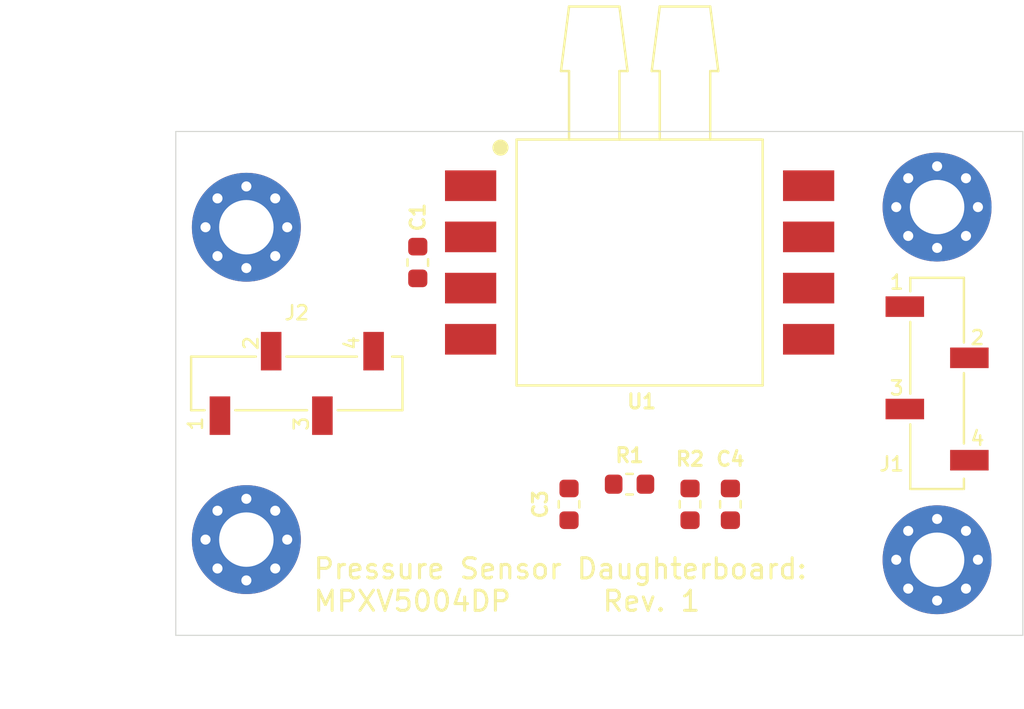
<source format=kicad_pcb>
(kicad_pcb (version 20171130) (host pcbnew "(5.1.9-16-g1737927814)-1")

  (general
    (thickness 1.6)
    (drawings 7)
    (tracks 0)
    (zones 0)
    (modules 12)
    (nets 12)
  )

  (page A4)
  (title_block
    (title "Pressure Sensor Daughterboard: MPXV5004DP")
    (rev 1)
    (company RespiraWorks)
  )

  (layers
    (0 F.Cu signal)
    (31 B.Cu signal)
    (32 B.Adhes user)
    (33 F.Adhes user)
    (34 B.Paste user)
    (35 F.Paste user)
    (36 B.SilkS user)
    (37 F.SilkS user)
    (38 B.Mask user)
    (39 F.Mask user)
    (40 Dwgs.User user)
    (41 Cmts.User user)
    (42 Eco1.User user)
    (43 Eco2.User user)
    (44 Edge.Cuts user)
    (45 Margin user)
    (46 B.CrtYd user)
    (47 F.CrtYd user)
    (48 B.Fab user)
    (49 F.Fab user)
  )

  (setup
    (last_trace_width 0.2)
    (user_trace_width 0.2)
    (user_trace_width 0.5)
    (user_trace_width 1)
    (trace_clearance 0.2)
    (zone_clearance 0.508)
    (zone_45_only no)
    (trace_min 0.2)
    (via_size 0.6)
    (via_drill 0.3)
    (via_min_size 0.4)
    (via_min_drill 0.3)
    (uvia_size 0.3)
    (uvia_drill 0.1)
    (uvias_allowed no)
    (uvia_min_size 0.2)
    (uvia_min_drill 0.1)
    (edge_width 0.05)
    (segment_width 0.2)
    (pcb_text_width 0.3)
    (pcb_text_size 1.5 1.5)
    (mod_edge_width 0.12)
    (mod_text_size 1 1)
    (mod_text_width 0.15)
    (pad_size 1.524 1.524)
    (pad_drill 0.762)
    (pad_to_mask_clearance 0)
    (aux_axis_origin 0 0)
    (visible_elements 7FFDFFFF)
    (pcbplotparams
      (layerselection 0x010fc_ffffffff)
      (usegerberextensions false)
      (usegerberattributes true)
      (usegerberadvancedattributes true)
      (creategerberjobfile true)
      (excludeedgelayer true)
      (linewidth 0.100000)
      (plotframeref false)
      (viasonmask false)
      (mode 1)
      (useauxorigin false)
      (hpglpennumber 1)
      (hpglpenspeed 20)
      (hpglpendiameter 15.000000)
      (psnegative false)
      (psa4output false)
      (plotreference true)
      (plotvalue true)
      (plotinvisibletext false)
      (padsonsilk false)
      (subtractmaskfromsilk false)
      (outputformat 1)
      (mirror false)
      (drillshape 1)
      (scaleselection 1)
      (outputdirectory ""))
  )

  (net 0 "")
  (net 1 +5V_Sns)
  (net 2 GND)
  (net 3 "Net-(C3-Pad2)")
  (net 4 "Net-(C4-Pad2)")
  (net 5 "Net-(J1-Pad4)")
  (net 6 "Net-(J1-Pad3)")
  (net 7 "Net-(J2-Pad3)")
  (net 8 "Net-(H1-Pad1)")
  (net 9 "Net-(H2-Pad1)")
  (net 10 "Net-(H3-Pad1)")
  (net 11 "Net-(H4-Pad1)")

  (net_class Default "This is the default net class."
    (clearance 0.2)
    (trace_width 0.2)
    (via_dia 0.6)
    (via_drill 0.3)
    (uvia_dia 0.3)
    (uvia_drill 0.1)
    (add_net +5V_Sns)
    (add_net GND)
    (add_net "Net-(C3-Pad2)")
    (add_net "Net-(C4-Pad2)")
    (add_net "Net-(H1-Pad1)")
    (add_net "Net-(H2-Pad1)")
    (add_net "Net-(H3-Pad1)")
    (add_net "Net-(H4-Pad1)")
    (add_net "Net-(J1-Pad3)")
    (add_net "Net-(J1-Pad4)")
    (add_net "Net-(J2-Pad3)")
  )

  (module RespiraWorks_Std:PinSocket_1x04_P2.54mm_Vertical_SMD_Samtec_SSM-104-x-SV-BE (layer F.Cu) (tedit 605AB7DE) (tstamp 605B18C1)
    (at 125 90 90)
    (descr "0.1\"/2.54 mm female header, vertical SMT, bottom entry: Samtec SSM-104-*-SV-BE")
    (path /5FFA26A3)
    (attr smd)
    (fp_text reference J2 (at 3.5 0 180) (layer F.SilkS)
      (effects (font (size 0.7 0.7) (thickness 0.12)))
    )
    (fp_text value "Main board connections (bottom entry)" (at 0 6.68 90) (layer F.Fab)
      (effects (font (size 1 1) (thickness 0.15)))
    )
    (fp_text user 4 (at 2 2.73 90) (layer F.SilkS)
      (effects (font (size 0.7 0.7) (thickness 0.12)))
    )
    (fp_text user 2 (at 2 -2.27 90) (layer F.SilkS)
      (effects (font (size 0.7 0.7) (thickness 0.12)))
    )
    (fp_text user %R (at 0 0) (layer F.Fab)
      (effects (font (size 1 1) (thickness 0.05)))
    )
    (fp_text user 1 (at -2 -5.02 90) (layer F.SilkS)
      (effects (font (size 0.7 0.7) (thickness 0.12)))
    )
    (fp_text user 3 (at -2 0.23 90) (layer F.SilkS)
      (effects (font (size 0.7 0.7) (thickness 0.12)))
    )
    (fp_line (start 1.33 4.73) (end 1.33 5.22) (layer F.SilkS) (width 0.12))
    (fp_line (start -1.33 -5.24) (end 1.33 -5.24) (layer F.SilkS) (width 0.12))
    (fp_line (start 1.33 -5.24) (end 1.33 -2.03) (layer F.SilkS) (width 0.12))
    (fp_line (start 1.33 -0.51) (end 1.33 2.98) (layer F.SilkS) (width 0.12))
    (fp_line (start -1.33 5.24) (end 1.33 5.24) (layer F.SilkS) (width 0.12))
    (fp_line (start -1.33 -5.24) (end -1.33 -4.57) (layer F.SilkS) (width 0.12))
    (fp_line (start -1.33 -3.05) (end -1.33 0.51) (layer F.SilkS) (width 0.12))
    (fp_line (start -1.33 2.03) (end -1.33 5.23) (layer F.SilkS) (width 0.12))
    (fp_line (start -0.635 -5.18) (end 1.27 -5.18) (layer F.Fab) (width 0.05))
    (fp_line (start 1.27 -5.18) (end 1.27 5.18) (layer F.Fab) (width 0.05))
    (fp_line (start 1.27 5.18) (end -1.27 5.18) (layer F.Fab) (width 0.05))
    (fp_line (start -1.27 5.18) (end -1.27 -4.545) (layer F.Fab) (width 0.05))
    (fp_line (start -1.27 -4.545) (end -0.635 -5.18) (layer F.Fab) (width 0.05))
    (fp_line (start -2.3 -4.11) (end -1.27 -4.11) (layer F.Fab) (width 0.05))
    (fp_line (start -1.27 -3.51) (end -2.3 -3.51) (layer F.Fab) (width 0.05))
    (fp_line (start -2.3 -3.51) (end -2.3 -4.11) (layer F.Fab) (width 0.05))
    (fp_line (start 1.27 -1.57) (end 2.3 -1.57) (layer F.Fab) (width 0.05))
    (fp_line (start 2.3 -1.57) (end 2.3 -0.97) (layer F.Fab) (width 0.05))
    (fp_line (start 2.3 -0.97) (end 1.27 -0.97) (layer F.Fab) (width 0.05))
    (fp_line (start -2.3 0.97) (end -1.27 0.97) (layer F.Fab) (width 0.05))
    (fp_line (start -1.27 1.57) (end -2.3 1.57) (layer F.Fab) (width 0.05))
    (fp_line (start -2.3 1.57) (end -2.3 0.97) (layer F.Fab) (width 0.05))
    (fp_line (start -3.1 -5.72) (end 3.1 -5.72) (layer F.CrtYd) (width 0.05))
    (fp_line (start 3.1 -5.72) (end 3.1 5.67) (layer F.CrtYd) (width 0.05))
    (fp_line (start 3.1 5.67) (end -3.1 5.67) (layer F.CrtYd) (width 0.05))
    (fp_line (start -3.1 5.67) (end -3.1 -5.72) (layer F.CrtYd) (width 0.05))
    (fp_circle (center -1.75 -4.52) (end -1.65 -4.52) (layer F.Fab) (width 0.2))
    (pad "" np_thru_hole circle (at 0 3.81 90) (size 1.02 1.02) (drill 1.02) (layers *.Cu *.Mask))
    (pad 4 smd rect (at 1.6 3.81 90) (size 1.91 1.02) (layers F.Cu F.Paste F.Mask)
      (net 2 GND))
    (pad 2 smd rect (at 1.6 -1.27 90) (size 1.91 1.02) (layers F.Cu F.Paste F.Mask)
      (net 2 GND))
    (pad 3 smd rect (at -1.6 1.27 90) (size 1.91 1.02) (layers F.Cu F.Paste F.Mask)
      (net 7 "Net-(J2-Pad3)"))
    (pad 1 smd rect (at -1.6 -3.81 90) (size 1.91 1.02) (layers F.Cu F.Paste F.Mask)
      (net 1 +5V_Sns))
    (pad "" np_thru_hole circle (at 0 -3.81 90) (size 1.02 1.02) (drill 1.02) (layers *.Cu *.Mask))
    (pad "" np_thru_hole circle (at 0 -1.27 90) (size 1.02 1.02) (drill 1.02) (layers *.Cu *.Mask))
    (pad "" np_thru_hole circle (at 0 1.27 90) (size 1.02 1.02) (drill 1.02) (layers *.Cu *.Mask))
    (model ${KISYS3DMOD}/Connector_PinSocket_2.54mm.3dshapes/PinSocket_1x04_P2.54mm_Vertical_SMD_Pin1Left.wrl
      (at (xyz 0 0 0))
      (scale (xyz 1 1 1))
      (rotate (xyz 0 0 0))
    )
  )

  (module RespiraWorks_Std:PinSocket_1x04_P2.54mm_Vertical_SMD_Samtec_SSM-104-x-SV-BE (layer F.Cu) (tedit 605AB7DE) (tstamp 605AAF10)
    (at 156.75 90)
    (descr "0.1\"/2.54 mm female header, vertical SMT, bottom entry: Samtec SSM-104-*-SV-BE")
    (path /5FFA737A)
    (attr smd)
    (fp_text reference J1 (at -2.25 4) (layer F.SilkS)
      (effects (font (size 0.7 0.7) (thickness 0.12)))
    )
    (fp_text value "Main board connections (bottom entry)" (at 0 6.68) (layer F.Fab)
      (effects (font (size 1 1) (thickness 0.15)))
    )
    (fp_text user 4 (at 2 2.73) (layer F.SilkS)
      (effects (font (size 0.7 0.7) (thickness 0.12)))
    )
    (fp_text user 2 (at 2 -2.27) (layer F.SilkS)
      (effects (font (size 0.7 0.7) (thickness 0.12)))
    )
    (fp_text user %R (at 0 0 90) (layer F.Fab)
      (effects (font (size 1 1) (thickness 0.05)))
    )
    (fp_text user 1 (at -2 -5.02) (layer F.SilkS)
      (effects (font (size 0.7 0.7) (thickness 0.12)))
    )
    (fp_text user 3 (at -2 0.23) (layer F.SilkS)
      (effects (font (size 0.7 0.7) (thickness 0.12)))
    )
    (fp_line (start 1.33 4.73) (end 1.33 5.22) (layer F.SilkS) (width 0.12))
    (fp_line (start -1.33 -5.24) (end 1.33 -5.24) (layer F.SilkS) (width 0.12))
    (fp_line (start 1.33 -5.24) (end 1.33 -2.03) (layer F.SilkS) (width 0.12))
    (fp_line (start 1.33 -0.51) (end 1.33 2.98) (layer F.SilkS) (width 0.12))
    (fp_line (start -1.33 5.24) (end 1.33 5.24) (layer F.SilkS) (width 0.12))
    (fp_line (start -1.33 -5.24) (end -1.33 -4.57) (layer F.SilkS) (width 0.12))
    (fp_line (start -1.33 -3.05) (end -1.33 0.51) (layer F.SilkS) (width 0.12))
    (fp_line (start -1.33 2.03) (end -1.33 5.23) (layer F.SilkS) (width 0.12))
    (fp_line (start -0.635 -5.18) (end 1.27 -5.18) (layer F.Fab) (width 0.05))
    (fp_line (start 1.27 -5.18) (end 1.27 5.18) (layer F.Fab) (width 0.05))
    (fp_line (start 1.27 5.18) (end -1.27 5.18) (layer F.Fab) (width 0.05))
    (fp_line (start -1.27 5.18) (end -1.27 -4.545) (layer F.Fab) (width 0.05))
    (fp_line (start -1.27 -4.545) (end -0.635 -5.18) (layer F.Fab) (width 0.05))
    (fp_line (start -2.3 -4.11) (end -1.27 -4.11) (layer F.Fab) (width 0.05))
    (fp_line (start -1.27 -3.51) (end -2.3 -3.51) (layer F.Fab) (width 0.05))
    (fp_line (start -2.3 -3.51) (end -2.3 -4.11) (layer F.Fab) (width 0.05))
    (fp_line (start 1.27 -1.57) (end 2.3 -1.57) (layer F.Fab) (width 0.05))
    (fp_line (start 2.3 -1.57) (end 2.3 -0.97) (layer F.Fab) (width 0.05))
    (fp_line (start 2.3 -0.97) (end 1.27 -0.97) (layer F.Fab) (width 0.05))
    (fp_line (start -2.3 0.97) (end -1.27 0.97) (layer F.Fab) (width 0.05))
    (fp_line (start -1.27 1.57) (end -2.3 1.57) (layer F.Fab) (width 0.05))
    (fp_line (start -2.3 1.57) (end -2.3 0.97) (layer F.Fab) (width 0.05))
    (fp_line (start -3.1 -5.72) (end 3.1 -5.72) (layer F.CrtYd) (width 0.05))
    (fp_line (start 3.1 -5.72) (end 3.1 5.67) (layer F.CrtYd) (width 0.05))
    (fp_line (start 3.1 5.67) (end -3.1 5.67) (layer F.CrtYd) (width 0.05))
    (fp_line (start -3.1 5.67) (end -3.1 -5.72) (layer F.CrtYd) (width 0.05))
    (fp_circle (center -1.75 -4.52) (end -1.65 -4.52) (layer F.Fab) (width 0.2))
    (pad "" np_thru_hole circle (at 0 3.81) (size 1.02 1.02) (drill 1.02) (layers *.Cu *.Mask))
    (pad 4 smd rect (at 1.6 3.81) (size 1.91 1.02) (layers F.Cu F.Paste F.Mask)
      (net 5 "Net-(J1-Pad4)"))
    (pad 2 smd rect (at 1.6 -1.27) (size 1.91 1.02) (layers F.Cu F.Paste F.Mask)
      (net 2 GND))
    (pad 3 smd rect (at -1.6 1.27) (size 1.91 1.02) (layers F.Cu F.Paste F.Mask)
      (net 6 "Net-(J1-Pad3)"))
    (pad 1 smd rect (at -1.6 -3.81) (size 1.91 1.02) (layers F.Cu F.Paste F.Mask)
      (net 4 "Net-(C4-Pad2)"))
    (pad "" np_thru_hole circle (at 0 -3.81) (size 1.02 1.02) (drill 1.02) (layers *.Cu *.Mask))
    (pad "" np_thru_hole circle (at 0 -1.27) (size 1.02 1.02) (drill 1.02) (layers *.Cu *.Mask))
    (pad "" np_thru_hole circle (at 0 1.27) (size 1.02 1.02) (drill 1.02) (layers *.Cu *.Mask))
    (model ${KISYS3DMOD}/Connector_PinSocket_2.54mm.3dshapes/PinSocket_1x04_P2.54mm_Vertical_SMD_Pin1Left.wrl
      (at (xyz 0 0 0))
      (scale (xyz 1 1 1))
      (rotate (xyz 0 0 0))
    )
  )

  (module RespiraWorks_Std:MountingHole_2.7mm_M2.5_Pad_Via (layer F.Cu) (tedit 605AB8A9) (tstamp 605AB503)
    (at 156.75 98.75)
    (descr "Mounting Hole 2.7mm")
    (tags "mounting hole 2.7mm")
    (path /605B582D)
    (attr virtual)
    (fp_text reference H4 (at 0 -3.7) (layer F.SilkS) hide
      (effects (font (size 0.7 0.7) (thickness 0.12)))
    )
    (fp_text value M2.5 (at 0 3.7) (layer F.Fab)
      (effects (font (size 1 1) (thickness 0.15)))
    )
    (fp_circle (center 0 0) (end 2.7 0) (layer Cmts.User) (width 0.15))
    (fp_circle (center 0 0) (end 2.95 0) (layer F.CrtYd) (width 0.05))
    (fp_text user %R (at 0.3 0) (layer F.Fab)
      (effects (font (size 1 1) (thickness 0.15)))
    )
    (pad 1 thru_hole circle (at 0 0) (size 5.4 5.4) (drill 2.7) (layers *.Cu *.Mask)
      (net 11 "Net-(H4-Pad1)"))
    (pad 1 thru_hole circle (at 2.025 0) (size 0.8 0.8) (drill 0.5) (layers *.Cu *.Mask)
      (net 11 "Net-(H4-Pad1)"))
    (pad 1 thru_hole circle (at 1.431891 1.431891) (size 0.8 0.8) (drill 0.5) (layers *.Cu *.Mask)
      (net 11 "Net-(H4-Pad1)"))
    (pad 1 thru_hole circle (at 0 2.025) (size 0.8 0.8) (drill 0.5) (layers *.Cu *.Mask)
      (net 11 "Net-(H4-Pad1)"))
    (pad 1 thru_hole circle (at -1.431891 1.431891) (size 0.8 0.8) (drill 0.5) (layers *.Cu *.Mask)
      (net 11 "Net-(H4-Pad1)"))
    (pad 1 thru_hole circle (at -2.025 0) (size 0.8 0.8) (drill 0.5) (layers *.Cu *.Mask)
      (net 11 "Net-(H4-Pad1)"))
    (pad 1 thru_hole circle (at -1.431891 -1.431891) (size 0.8 0.8) (drill 0.5) (layers *.Cu *.Mask)
      (net 11 "Net-(H4-Pad1)"))
    (pad 1 thru_hole circle (at 0 -2.025) (size 0.8 0.8) (drill 0.5) (layers *.Cu *.Mask)
      (net 11 "Net-(H4-Pad1)"))
    (pad 1 thru_hole circle (at 1.431891 -1.431891) (size 0.8 0.8) (drill 0.5) (layers *.Cu *.Mask)
      (net 11 "Net-(H4-Pad1)"))
  )

  (module RespiraWorks_Std:MountingHole_2.7mm_M2.5_Pad_Via (layer F.Cu) (tedit 605AB8A9) (tstamp 605AB4F3)
    (at 156.75 81.25)
    (descr "Mounting Hole 2.7mm")
    (tags "mounting hole 2.7mm")
    (path /605B4C2D)
    (attr virtual)
    (fp_text reference H3 (at 0 -3.7) (layer F.SilkS) hide
      (effects (font (size 0.7 0.7) (thickness 0.12)))
    )
    (fp_text value M2.5 (at 0 3.7) (layer F.Fab)
      (effects (font (size 1 1) (thickness 0.15)))
    )
    (fp_circle (center 0 0) (end 2.7 0) (layer Cmts.User) (width 0.15))
    (fp_circle (center 0 0) (end 2.95 0) (layer F.CrtYd) (width 0.05))
    (fp_text user %R (at 0.3 0) (layer F.Fab)
      (effects (font (size 1 1) (thickness 0.15)))
    )
    (pad 1 thru_hole circle (at 0 0) (size 5.4 5.4) (drill 2.7) (layers *.Cu *.Mask)
      (net 10 "Net-(H3-Pad1)"))
    (pad 1 thru_hole circle (at 2.025 0) (size 0.8 0.8) (drill 0.5) (layers *.Cu *.Mask)
      (net 10 "Net-(H3-Pad1)"))
    (pad 1 thru_hole circle (at 1.431891 1.431891) (size 0.8 0.8) (drill 0.5) (layers *.Cu *.Mask)
      (net 10 "Net-(H3-Pad1)"))
    (pad 1 thru_hole circle (at 0 2.025) (size 0.8 0.8) (drill 0.5) (layers *.Cu *.Mask)
      (net 10 "Net-(H3-Pad1)"))
    (pad 1 thru_hole circle (at -1.431891 1.431891) (size 0.8 0.8) (drill 0.5) (layers *.Cu *.Mask)
      (net 10 "Net-(H3-Pad1)"))
    (pad 1 thru_hole circle (at -2.025 0) (size 0.8 0.8) (drill 0.5) (layers *.Cu *.Mask)
      (net 10 "Net-(H3-Pad1)"))
    (pad 1 thru_hole circle (at -1.431891 -1.431891) (size 0.8 0.8) (drill 0.5) (layers *.Cu *.Mask)
      (net 10 "Net-(H3-Pad1)"))
    (pad 1 thru_hole circle (at 0 -2.025) (size 0.8 0.8) (drill 0.5) (layers *.Cu *.Mask)
      (net 10 "Net-(H3-Pad1)"))
    (pad 1 thru_hole circle (at 1.431891 -1.431891) (size 0.8 0.8) (drill 0.5) (layers *.Cu *.Mask)
      (net 10 "Net-(H3-Pad1)"))
  )

  (module RespiraWorks_Std:MountingHole_2.7mm_M2.5_Pad_Via (layer F.Cu) (tedit 605AB8A9) (tstamp 605AB4E3)
    (at 122.5 97.75)
    (descr "Mounting Hole 2.7mm")
    (tags "mounting hole 2.7mm")
    (path /605B55AD)
    (attr virtual)
    (fp_text reference H2 (at 0 -3.7) (layer F.SilkS) hide
      (effects (font (size 0.7 0.7) (thickness 0.12)))
    )
    (fp_text value M2.5 (at 0 3.7) (layer F.Fab)
      (effects (font (size 1 1) (thickness 0.15)))
    )
    (fp_circle (center 0 0) (end 2.7 0) (layer Cmts.User) (width 0.15))
    (fp_circle (center 0 0) (end 2.95 0) (layer F.CrtYd) (width 0.05))
    (fp_text user %R (at 0.3 0) (layer F.Fab)
      (effects (font (size 1 1) (thickness 0.15)))
    )
    (pad 1 thru_hole circle (at 0 0) (size 5.4 5.4) (drill 2.7) (layers *.Cu *.Mask)
      (net 9 "Net-(H2-Pad1)"))
    (pad 1 thru_hole circle (at 2.025 0) (size 0.8 0.8) (drill 0.5) (layers *.Cu *.Mask)
      (net 9 "Net-(H2-Pad1)"))
    (pad 1 thru_hole circle (at 1.431891 1.431891) (size 0.8 0.8) (drill 0.5) (layers *.Cu *.Mask)
      (net 9 "Net-(H2-Pad1)"))
    (pad 1 thru_hole circle (at 0 2.025) (size 0.8 0.8) (drill 0.5) (layers *.Cu *.Mask)
      (net 9 "Net-(H2-Pad1)"))
    (pad 1 thru_hole circle (at -1.431891 1.431891) (size 0.8 0.8) (drill 0.5) (layers *.Cu *.Mask)
      (net 9 "Net-(H2-Pad1)"))
    (pad 1 thru_hole circle (at -2.025 0) (size 0.8 0.8) (drill 0.5) (layers *.Cu *.Mask)
      (net 9 "Net-(H2-Pad1)"))
    (pad 1 thru_hole circle (at -1.431891 -1.431891) (size 0.8 0.8) (drill 0.5) (layers *.Cu *.Mask)
      (net 9 "Net-(H2-Pad1)"))
    (pad 1 thru_hole circle (at 0 -2.025) (size 0.8 0.8) (drill 0.5) (layers *.Cu *.Mask)
      (net 9 "Net-(H2-Pad1)"))
    (pad 1 thru_hole circle (at 1.431891 -1.431891) (size 0.8 0.8) (drill 0.5) (layers *.Cu *.Mask)
      (net 9 "Net-(H2-Pad1)"))
  )

  (module RespiraWorks_Std:MountingHole_2.7mm_M2.5_Pad_Via (layer F.Cu) (tedit 605AB8A9) (tstamp 605AB4D3)
    (at 122.5 82.25)
    (descr "Mounting Hole 2.7mm")
    (tags "mounting hole 2.7mm")
    (path /605B378F)
    (attr virtual)
    (fp_text reference H1 (at 0 -3.7) (layer F.SilkS) hide
      (effects (font (size 0.7 0.7) (thickness 0.12)))
    )
    (fp_text value M2.5 (at 0 3.7) (layer F.Fab)
      (effects (font (size 1 1) (thickness 0.15)))
    )
    (fp_circle (center 0 0) (end 2.7 0) (layer Cmts.User) (width 0.15))
    (fp_circle (center 0 0) (end 2.95 0) (layer F.CrtYd) (width 0.05))
    (fp_text user %R (at 0.3 0) (layer F.Fab)
      (effects (font (size 1 1) (thickness 0.15)))
    )
    (pad 1 thru_hole circle (at 0 0) (size 5.4 5.4) (drill 2.7) (layers *.Cu *.Mask)
      (net 8 "Net-(H1-Pad1)"))
    (pad 1 thru_hole circle (at 2.025 0) (size 0.8 0.8) (drill 0.5) (layers *.Cu *.Mask)
      (net 8 "Net-(H1-Pad1)"))
    (pad 1 thru_hole circle (at 1.431891 1.431891) (size 0.8 0.8) (drill 0.5) (layers *.Cu *.Mask)
      (net 8 "Net-(H1-Pad1)"))
    (pad 1 thru_hole circle (at 0 2.025) (size 0.8 0.8) (drill 0.5) (layers *.Cu *.Mask)
      (net 8 "Net-(H1-Pad1)"))
    (pad 1 thru_hole circle (at -1.431891 1.431891) (size 0.8 0.8) (drill 0.5) (layers *.Cu *.Mask)
      (net 8 "Net-(H1-Pad1)"))
    (pad 1 thru_hole circle (at -2.025 0) (size 0.8 0.8) (drill 0.5) (layers *.Cu *.Mask)
      (net 8 "Net-(H1-Pad1)"))
    (pad 1 thru_hole circle (at -1.431891 -1.431891) (size 0.8 0.8) (drill 0.5) (layers *.Cu *.Mask)
      (net 8 "Net-(H1-Pad1)"))
    (pad 1 thru_hole circle (at 0 -2.025) (size 0.8 0.8) (drill 0.5) (layers *.Cu *.Mask)
      (net 8 "Net-(H1-Pad1)"))
    (pad 1 thru_hole circle (at 1.431891 -1.431891) (size 0.8 0.8) (drill 0.5) (layers *.Cu *.Mask)
      (net 8 "Net-(H1-Pad1)"))
  )

  (module RespiraWorks:NXP_MPXV5004DP (layer F.Cu) (tedit 5FBA9DA2) (tstamp 605AAF96)
    (at 142 84)
    (descr "NXP MPXV5004DP differential gas pressure sensor")
    (path /5FFA0C0F)
    (attr smd)
    (fp_text reference U1 (at 0.1 6.9) (layer F.SilkS)
      (effects (font (size 0.7 0.7) (thickness 0.15)))
    )
    (fp_text value MPXV5004DP (at 0 -0.5) (layer F.Fab)
      (effects (font (size 1 1) (thickness 0.15)))
    )
    (fp_line (start 6.1 -6.1) (end -6.1 -6.1) (layer F.SilkS) (width 0.12))
    (fp_line (start 6.1 6.1) (end 6.1 -6.1) (layer F.SilkS) (width 0.12))
    (fp_line (start -6.1 6.1) (end 6.1 6.1) (layer F.SilkS) (width 0.12))
    (fp_line (start -6.1 -6.1) (end -6.1 6.1) (layer F.SilkS) (width 0.12))
    (fp_line (start -1 -6.1) (end -1 -9.5) (layer F.Fab) (width 0.05))
    (fp_line (start -3.5 -6.1) (end -3.5 -9.5) (layer F.Fab) (width 0.05))
    (fp_line (start -6.1 -5) (end -5 -6.1) (layer F.Fab) (width 0.05))
    (fp_line (start 1 -12.7) (end 3.5 -12.7) (layer F.Fab) (width 0.05))
    (fp_line (start -1 -12.7) (end -3.5 -12.7) (layer F.Fab) (width 0.05))
    (fp_line (start 6.1 -6.1) (end -5 -6.1) (layer F.Fab) (width 0.05))
    (fp_line (start 6.1 6.1) (end 6.1 -6.1) (layer F.Fab) (width 0.05))
    (fp_line (start -6.1 6.1) (end 6.1 6.1) (layer F.Fab) (width 0.05))
    (fp_line (start -6.1 -5) (end -6.1 6.1) (layer F.Fab) (width 0.05))
    (fp_circle (center -5.8 -5.8) (end -5.7 -5.8) (layer F.Fab) (width 0.2))
    (fp_circle (center -6.9 -5.7) (end -6.7 -5.7) (layer F.SilkS) (width 0.4))
    (fp_line (start -3.5 -12.7) (end -3.9 -9.5) (layer F.Fab) (width 0.05))
    (fp_line (start -3.9 -9.5) (end -0.6 -9.5) (layer F.Fab) (width 0.05))
    (fp_line (start -0.6 -9.5) (end -1 -12.7) (layer F.Fab) (width 0.05))
    (fp_line (start 3.5 -6.1) (end 3.5 -9.5) (layer F.Fab) (width 0.05))
    (fp_line (start 1 -6.1) (end 1 -9.5) (layer F.Fab) (width 0.05))
    (fp_line (start 0.6 -9.5) (end 3.9 -9.5) (layer F.Fab) (width 0.05))
    (fp_line (start 3.9 -9.5) (end 3.5 -12.7) (layer F.Fab) (width 0.05))
    (fp_line (start 1 -12.7) (end 0.6 -9.5) (layer F.Fab) (width 0.05))
    (fp_line (start -10 6.5) (end -10 -13) (layer F.CrtYd) (width 0.05))
    (fp_line (start -10 -13) (end 0 -13) (layer F.CrtYd) (width 0.05))
    (fp_line (start 0 -13) (end 0 -6.5) (layer F.CrtYd) (width 0.05))
    (fp_line (start 0 -6.5) (end 10 -6.5) (layer F.CrtYd) (width 0.05))
    (fp_line (start 10 -6.5) (end 10 6.5) (layer F.CrtYd) (width 0.05))
    (fp_line (start 10 6.5) (end -10 6.5) (layer F.CrtYd) (width 0.05))
    (fp_line (start -3.5 -6.1) (end -3.5 -9.5) (layer F.SilkS) (width 0.12))
    (fp_line (start -3.5 -9.5) (end -3.9 -9.5) (layer F.SilkS) (width 0.12))
    (fp_line (start -3.9 -9.5) (end -3.5 -12.7) (layer F.SilkS) (width 0.12))
    (fp_line (start -3.5 -12.7) (end -1 -12.7) (layer F.SilkS) (width 0.12))
    (fp_line (start -1 -12.7) (end -0.6 -9.5) (layer F.SilkS) (width 0.12))
    (fp_line (start -0.6 -9.5) (end -1 -9.5) (layer F.SilkS) (width 0.12))
    (fp_line (start -1 -9.5) (end -1 -6.1) (layer F.SilkS) (width 0.12))
    (fp_line (start 1 -6.1) (end 1 -9.5) (layer F.SilkS) (width 0.12))
    (fp_line (start 1 -9.5) (end 0.6 -9.5) (layer F.SilkS) (width 0.12))
    (fp_line (start 0.6 -9.5) (end 1 -12.7) (layer F.SilkS) (width 0.12))
    (fp_line (start 1 -12.7) (end 3.5 -12.7) (layer F.SilkS) (width 0.12))
    (fp_line (start 3.5 -12.7) (end 3.9 -9.5) (layer F.SilkS) (width 0.12))
    (fp_line (start 3.9 -9.5) (end 3.5 -9.5) (layer F.SilkS) (width 0.12))
    (fp_line (start 3.5 -9.5) (end 3.5 -6.1) (layer F.SilkS) (width 0.12))
    (fp_text user %R (at 0 0) (layer F.Fab)
      (effects (font (size 1 1) (thickness 0.05)))
    )
    (pad 8 smd rect (at 8.38 -3.81) (size 2.54 1.52) (layers F.Cu F.Paste F.Mask))
    (pad 7 smd rect (at 8.38 -1.27) (size 2.54 1.52) (layers F.Cu F.Paste F.Mask))
    (pad 6 smd rect (at 8.38 1.27) (size 2.54 1.52) (layers F.Cu F.Paste F.Mask))
    (pad 5 smd rect (at 8.38 3.81) (size 2.54 1.52) (layers F.Cu F.Paste F.Mask))
    (pad 4 smd rect (at -8.38 3.81) (size 2.54 1.52) (layers F.Cu F.Paste F.Mask)
      (net 3 "Net-(C3-Pad2)"))
    (pad 3 smd rect (at -8.38 1.27) (size 2.54 1.52) (layers F.Cu F.Paste F.Mask)
      (net 2 GND))
    (pad 2 smd rect (at -8.38 -1.27) (size 2.54 1.52) (layers F.Cu F.Paste F.Mask)
      (net 1 +5V_Sns))
    (pad 1 smd rect (at -8.38 -3.81) (size 2.54 1.52) (layers F.Cu F.Paste F.Mask))
  )

  (module RespiraWorks_Std:R_0603_1608Metric (layer F.Cu) (tedit 5FB9354D) (tstamp 605AAF5E)
    (at 144.5 96 90)
    (descr "Resistor SMD 0603 (1608 Metric), square (rectangular) end terminal, IPC_7351 nominal, (Body size source: http://www.tortai-tech.com/upload/download/2011102023233369053.pdf), generated with kicad-footprint-generator")
    (tags resistor)
    (path /5FFBE48D)
    (attr smd)
    (fp_text reference R2 (at 2.25 0 180) (layer F.SilkS)
      (effects (font (size 0.7 0.7) (thickness 0.15)))
    )
    (fp_text value 4.7K (at 0 1.43 90) (layer F.Fab)
      (effects (font (size 1 1) (thickness 0.15)))
    )
    (fp_line (start -0.8 0.4) (end -0.8 -0.4) (layer F.Fab) (width 0.1))
    (fp_line (start -0.8 -0.4) (end 0.8 -0.4) (layer F.Fab) (width 0.1))
    (fp_line (start 0.8 -0.4) (end 0.8 0.4) (layer F.Fab) (width 0.1))
    (fp_line (start 0.8 0.4) (end -0.8 0.4) (layer F.Fab) (width 0.1))
    (fp_line (start -0.162779 -0.51) (end 0.162779 -0.51) (layer F.SilkS) (width 0.12))
    (fp_line (start -0.162779 0.51) (end 0.162779 0.51) (layer F.SilkS) (width 0.12))
    (fp_line (start -1.48 0.73) (end -1.48 -0.73) (layer F.CrtYd) (width 0.05))
    (fp_line (start -1.48 -0.73) (end 1.48 -0.73) (layer F.CrtYd) (width 0.05))
    (fp_line (start 1.48 -0.73) (end 1.48 0.73) (layer F.CrtYd) (width 0.05))
    (fp_line (start 1.48 0.73) (end -1.48 0.73) (layer F.CrtYd) (width 0.05))
    (fp_text user %R (at 0 0 90) (layer F.Fab)
      (effects (font (size 0.4 0.4) (thickness 0.06)))
    )
    (pad 2 smd roundrect (at 0.7875 0 90) (size 0.875 0.95) (layers F.Cu F.Paste F.Mask) (roundrect_rratio 0.25)
      (net 4 "Net-(C4-Pad2)"))
    (pad 1 smd roundrect (at -0.7875 0 90) (size 0.875 0.95) (layers F.Cu F.Paste F.Mask) (roundrect_rratio 0.25)
      (net 2 GND))
    (model ${KISYS3DMOD}/Resistor_SMD.3dshapes/R_0603_1608Metric.wrl
      (at (xyz 0 0 0))
      (scale (xyz 1 1 1))
      (rotate (xyz 0 0 0))
    )
  )

  (module RespiraWorks_Std:R_0603_1608Metric (layer F.Cu) (tedit 5FB9354D) (tstamp 605B1CB2)
    (at 141.5 95)
    (descr "Resistor SMD 0603 (1608 Metric), square (rectangular) end terminal, IPC_7351 nominal, (Body size source: http://www.tortai-tech.com/upload/download/2011102023233369053.pdf), generated with kicad-footprint-generator")
    (tags resistor)
    (path /5FFBE485)
    (attr smd)
    (fp_text reference R1 (at 0 -1.43) (layer F.SilkS)
      (effects (font (size 0.7 0.7) (thickness 0.15)))
    )
    (fp_text value 2.4K (at 0 1.43) (layer F.Fab)
      (effects (font (size 1 1) (thickness 0.15)))
    )
    (fp_line (start -0.8 0.4) (end -0.8 -0.4) (layer F.Fab) (width 0.1))
    (fp_line (start -0.8 -0.4) (end 0.8 -0.4) (layer F.Fab) (width 0.1))
    (fp_line (start 0.8 -0.4) (end 0.8 0.4) (layer F.Fab) (width 0.1))
    (fp_line (start 0.8 0.4) (end -0.8 0.4) (layer F.Fab) (width 0.1))
    (fp_line (start -0.162779 -0.51) (end 0.162779 -0.51) (layer F.SilkS) (width 0.12))
    (fp_line (start -0.162779 0.51) (end 0.162779 0.51) (layer F.SilkS) (width 0.12))
    (fp_line (start -1.48 0.73) (end -1.48 -0.73) (layer F.CrtYd) (width 0.05))
    (fp_line (start -1.48 -0.73) (end 1.48 -0.73) (layer F.CrtYd) (width 0.05))
    (fp_line (start 1.48 -0.73) (end 1.48 0.73) (layer F.CrtYd) (width 0.05))
    (fp_line (start 1.48 0.73) (end -1.48 0.73) (layer F.CrtYd) (width 0.05))
    (fp_text user %R (at 0 0) (layer F.Fab)
      (effects (font (size 0.4 0.4) (thickness 0.06)))
    )
    (pad 2 smd roundrect (at 0.7875 0) (size 0.875 0.95) (layers F.Cu F.Paste F.Mask) (roundrect_rratio 0.25)
      (net 3 "Net-(C3-Pad2)"))
    (pad 1 smd roundrect (at -0.7875 0) (size 0.875 0.95) (layers F.Cu F.Paste F.Mask) (roundrect_rratio 0.25)
      (net 4 "Net-(C4-Pad2)"))
    (model ${KISYS3DMOD}/Resistor_SMD.3dshapes/R_0603_1608Metric.wrl
      (at (xyz 0 0 0))
      (scale (xyz 1 1 1))
      (rotate (xyz 0 0 0))
    )
  )

  (module RespiraWorks_Std:C_0603_1608Metric (layer F.Cu) (tedit 5FB93522) (tstamp 605B1D19)
    (at 146.5 96 90)
    (descr "Capacitor SMD 0603 (1608 Metric), square (rectangular) end terminal, IPC_7351 nominal, (Body size source: http://www.tortai-tech.com/upload/download/2011102023233369053.pdf), generated with kicad-footprint-generator")
    (tags capacitor)
    (path /5FFBE477)
    (attr smd)
    (fp_text reference C4 (at 2.25 0 180) (layer F.SilkS)
      (effects (font (size 0.7 0.7) (thickness 0.15)))
    )
    (fp_text value 1uF (at 0 1.43 90) (layer F.Fab)
      (effects (font (size 1 1) (thickness 0.15)))
    )
    (fp_line (start -0.8 0.4) (end -0.8 -0.4) (layer F.Fab) (width 0.1))
    (fp_line (start -0.8 -0.4) (end 0.8 -0.4) (layer F.Fab) (width 0.1))
    (fp_line (start 0.8 -0.4) (end 0.8 0.4) (layer F.Fab) (width 0.1))
    (fp_line (start 0.8 0.4) (end -0.8 0.4) (layer F.Fab) (width 0.1))
    (fp_line (start -0.162779 -0.51) (end 0.162779 -0.51) (layer F.SilkS) (width 0.12))
    (fp_line (start -0.162779 0.51) (end 0.162779 0.51) (layer F.SilkS) (width 0.12))
    (fp_line (start -1.48 0.73) (end -1.48 -0.73) (layer F.CrtYd) (width 0.05))
    (fp_line (start -1.48 -0.73) (end 1.48 -0.73) (layer F.CrtYd) (width 0.05))
    (fp_line (start 1.48 -0.73) (end 1.48 0.73) (layer F.CrtYd) (width 0.05))
    (fp_line (start 1.48 0.73) (end -1.48 0.73) (layer F.CrtYd) (width 0.05))
    (fp_text user %R (at 0 0 90) (layer F.Fab)
      (effects (font (size 0.4 0.4) (thickness 0.06)))
    )
    (pad 2 smd roundrect (at 0.7875 0 90) (size 0.875 0.95) (layers F.Cu F.Paste F.Mask) (roundrect_rratio 0.25)
      (net 4 "Net-(C4-Pad2)"))
    (pad 1 smd roundrect (at -0.7875 0 90) (size 0.875 0.95) (layers F.Cu F.Paste F.Mask) (roundrect_rratio 0.25)
      (net 2 GND))
    (model ${KISYS3DMOD}/Capacitor_SMD.3dshapes/C_0603_1608Metric.wrl
      (at (xyz 0 0 0))
      (scale (xyz 1 1 1))
      (rotate (xyz 0 0 0))
    )
  )

  (module RespiraWorks_Std:C_0603_1608Metric (layer F.Cu) (tedit 5FB93522) (tstamp 605AAED3)
    (at 138.5 96 90)
    (descr "Capacitor SMD 0603 (1608 Metric), square (rectangular) end terminal, IPC_7351 nominal, (Body size source: http://www.tortai-tech.com/upload/download/2011102023233369053.pdf), generated with kicad-footprint-generator")
    (tags capacitor)
    (path /5FFBE46B)
    (attr smd)
    (fp_text reference C3 (at 0 -1.43 90) (layer F.SilkS)
      (effects (font (size 0.7 0.7) (thickness 0.15)))
    )
    (fp_text value 470pF (at 0 1.43 90) (layer F.Fab)
      (effects (font (size 1 1) (thickness 0.15)))
    )
    (fp_line (start -0.8 0.4) (end -0.8 -0.4) (layer F.Fab) (width 0.1))
    (fp_line (start -0.8 -0.4) (end 0.8 -0.4) (layer F.Fab) (width 0.1))
    (fp_line (start 0.8 -0.4) (end 0.8 0.4) (layer F.Fab) (width 0.1))
    (fp_line (start 0.8 0.4) (end -0.8 0.4) (layer F.Fab) (width 0.1))
    (fp_line (start -0.162779 -0.51) (end 0.162779 -0.51) (layer F.SilkS) (width 0.12))
    (fp_line (start -0.162779 0.51) (end 0.162779 0.51) (layer F.SilkS) (width 0.12))
    (fp_line (start -1.48 0.73) (end -1.48 -0.73) (layer F.CrtYd) (width 0.05))
    (fp_line (start -1.48 -0.73) (end 1.48 -0.73) (layer F.CrtYd) (width 0.05))
    (fp_line (start 1.48 -0.73) (end 1.48 0.73) (layer F.CrtYd) (width 0.05))
    (fp_line (start 1.48 0.73) (end -1.48 0.73) (layer F.CrtYd) (width 0.05))
    (fp_text user %R (at 0 0 90) (layer F.Fab)
      (effects (font (size 0.4 0.4) (thickness 0.06)))
    )
    (pad 2 smd roundrect (at 0.7875 0 90) (size 0.875 0.95) (layers F.Cu F.Paste F.Mask) (roundrect_rratio 0.25)
      (net 3 "Net-(C3-Pad2)"))
    (pad 1 smd roundrect (at -0.7875 0 90) (size 0.875 0.95) (layers F.Cu F.Paste F.Mask) (roundrect_rratio 0.25)
      (net 2 GND))
    (model ${KISYS3DMOD}/Capacitor_SMD.3dshapes/C_0603_1608Metric.wrl
      (at (xyz 0 0 0))
      (scale (xyz 1 1 1))
      (rotate (xyz 0 0 0))
    )
  )

  (module RespiraWorks_Std:C_0603_1608Metric (layer F.Cu) (tedit 5FB93522) (tstamp 605AAEB1)
    (at 131 84 90)
    (descr "Capacitor SMD 0603 (1608 Metric), square (rectangular) end terminal, IPC_7351 nominal, (Body size source: http://www.tortai-tech.com/upload/download/2011102023233369053.pdf), generated with kicad-footprint-generator")
    (tags capacitor)
    (path /5FFA6CAD)
    (attr smd)
    (fp_text reference C1 (at 2.25 0 90) (layer F.SilkS)
      (effects (font (size 0.7 0.7) (thickness 0.15)))
    )
    (fp_text value 1uF (at 0 1.43 90) (layer F.Fab)
      (effects (font (size 1 1) (thickness 0.15)))
    )
    (fp_line (start -0.8 0.4) (end -0.8 -0.4) (layer F.Fab) (width 0.1))
    (fp_line (start -0.8 -0.4) (end 0.8 -0.4) (layer F.Fab) (width 0.1))
    (fp_line (start 0.8 -0.4) (end 0.8 0.4) (layer F.Fab) (width 0.1))
    (fp_line (start 0.8 0.4) (end -0.8 0.4) (layer F.Fab) (width 0.1))
    (fp_line (start -0.162779 -0.51) (end 0.162779 -0.51) (layer F.SilkS) (width 0.12))
    (fp_line (start -0.162779 0.51) (end 0.162779 0.51) (layer F.SilkS) (width 0.12))
    (fp_line (start -1.48 0.73) (end -1.48 -0.73) (layer F.CrtYd) (width 0.05))
    (fp_line (start -1.48 -0.73) (end 1.48 -0.73) (layer F.CrtYd) (width 0.05))
    (fp_line (start 1.48 -0.73) (end 1.48 0.73) (layer F.CrtYd) (width 0.05))
    (fp_line (start 1.48 0.73) (end -1.48 0.73) (layer F.CrtYd) (width 0.05))
    (fp_text user %R (at 0 0 90) (layer F.Fab)
      (effects (font (size 0.4 0.4) (thickness 0.06)))
    )
    (pad 2 smd roundrect (at 0.7875 0 90) (size 0.875 0.95) (layers F.Cu F.Paste F.Mask) (roundrect_rratio 0.25)
      (net 1 +5V_Sns))
    (pad 1 smd roundrect (at -0.7875 0 90) (size 0.875 0.95) (layers F.Cu F.Paste F.Mask) (roundrect_rratio 0.25)
      (net 2 GND))
    (model ${KISYS3DMOD}/Capacitor_SMD.3dshapes/C_0603_1608Metric.wrl
      (at (xyz 0 0 0))
      (scale (xyz 1 1 1))
      (rotate (xyz 0 0 0))
    )
  )

  (dimension 25 (width 0.15) (layer Cmts.User)
    (gr_text "25.000 mm" (at 113.95 90 270) (layer Cmts.User)
      (effects (font (size 1 1) (thickness 0.15)))
    )
    (feature1 (pts (xy 119 102.5) (xy 114.663579 102.5)))
    (feature2 (pts (xy 119 77.5) (xy 114.663579 77.5)))
    (crossbar (pts (xy 115.25 77.5) (xy 115.25 102.5)))
    (arrow1a (pts (xy 115.25 102.5) (xy 114.663579 101.373496)))
    (arrow1b (pts (xy 115.25 102.5) (xy 115.836421 101.373496)))
    (arrow2a (pts (xy 115.25 77.5) (xy 114.663579 78.626504)))
    (arrow2b (pts (xy 115.25 77.5) (xy 115.836421 78.626504)))
  )
  (dimension 42 (width 0.15) (layer Cmts.User)
    (gr_text "42.000 mm" (at 140 106.8) (layer Cmts.User)
      (effects (font (size 1 1) (thickness 0.15)))
    )
    (feature1 (pts (xy 161 102.5) (xy 161 106.086421)))
    (feature2 (pts (xy 119 102.5) (xy 119 106.086421)))
    (crossbar (pts (xy 119 105.5) (xy 161 105.5)))
    (arrow1a (pts (xy 161 105.5) (xy 159.873496 106.086421)))
    (arrow1b (pts (xy 161 105.5) (xy 159.873496 104.913579)))
    (arrow2a (pts (xy 119 105.5) (xy 120.126504 106.086421)))
    (arrow2b (pts (xy 119 105.5) (xy 120.126504 104.913579)))
  )
  (gr_text "Pressure Sensor Daughterboard:\nMPXV5004DP      Rev. 1" (at 125.75 100) (layer F.SilkS)
    (effects (font (size 1 1) (thickness 0.15)) (justify left))
  )
  (gr_line (start 119 102.5) (end 119 77.5) (layer Edge.Cuts) (width 0.05) (tstamp 605B1BA3))
  (gr_line (start 161 102.5) (end 119 102.5) (layer Edge.Cuts) (width 0.05))
  (gr_line (start 161 77.5) (end 161 102.5) (layer Edge.Cuts) (width 0.05))
  (gr_line (start 119 77.5) (end 161 77.5) (layer Edge.Cuts) (width 0.05))

)

</source>
